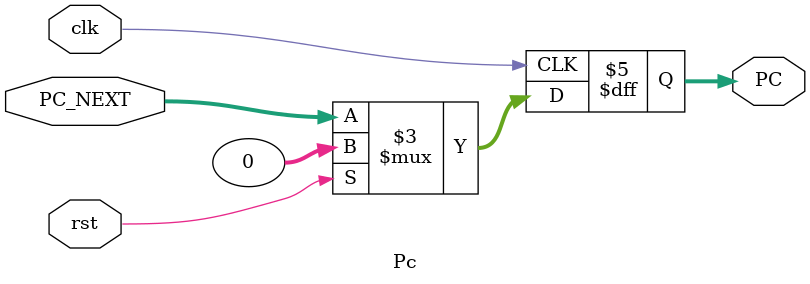
<source format=v>
module Pc(
    input [31:0] PC_NEXT,
    input clk,
    input rst,
    output reg [31:0] PC
);
    always @(posedge clk) begin
        if (rst)
            PC <= 32'h0;
        else
            PC <= PC_NEXT;
    end
endmodule

</source>
